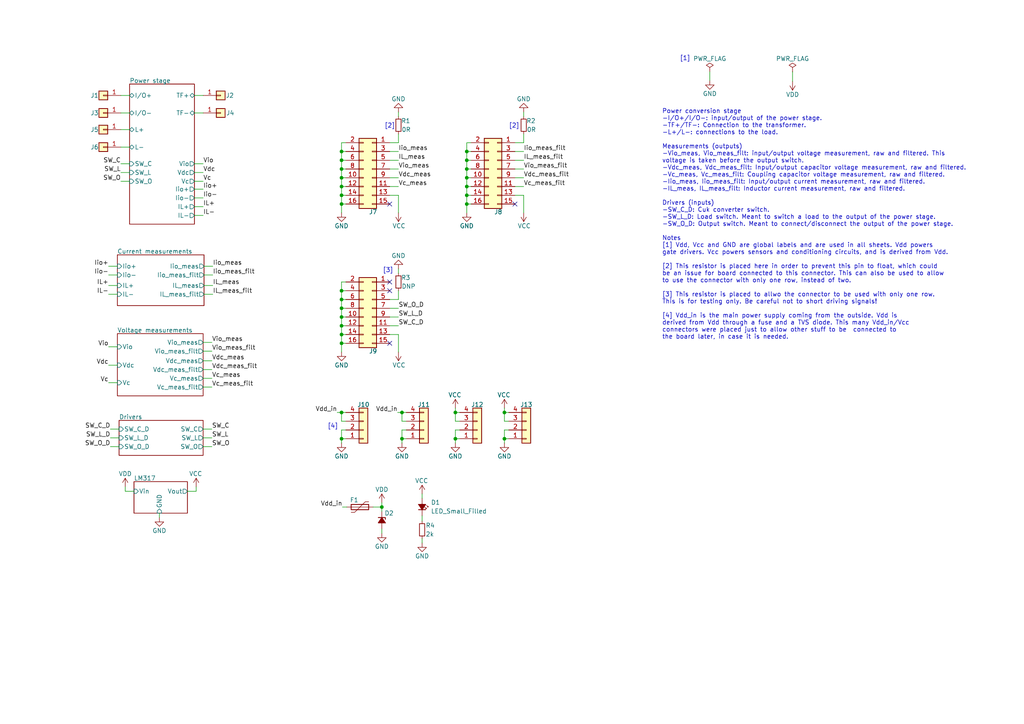
<source format=kicad_sch>
(kicad_sch (version 20211123) (generator eeschema)
  (paper "A4")
  (lib_symbols
    (symbol "Connector_Generic:Conn_01x01" (pin_names (offset 1.016) hide)
      (property "Reference" "J" (at 0 2.54 0))
      (property "Value" "Conn_01x01" (at 0 -2.54 0))
      (symbol "Conn_01x01_1_1"
        (rectangle (start -1.27 0.127) (end 0 -0.127) (stroke (width 0.1524)))
        (rectangle (start -1.27 1.27) (end 1.27 -1.27) (stroke (width 0.254)) (fill (type background)))
        (pin passive line (at -5.08 0 0) (length 3.81) (name "Pin_1") (number "1"))
      )
    )
    (symbol "Connector_Generic:Conn_01x04" (pin_names (offset 1.016) hide)
      (property "Reference" "J" (at 0 5.08 0))
      (property "Value" "Conn_01x04" (at 0 -7.62 0))
      (symbol "Conn_01x04_1_1"
        (rectangle (start -1.27 -4.953) (end 0 -5.207) (stroke (width 0.1524)))
        (rectangle (start -1.27 -2.413) (end 0 -2.667) (stroke (width 0.1524)))
        (rectangle (start -1.27 0.127) (end 0 -0.127) (stroke (width 0.1524)))
        (rectangle (start -1.27 2.667) (end 0 2.413) (stroke (width 0.1524)))
        (rectangle (start -1.27 3.81) (end 1.27 -6.35) (stroke (width 0.254)) (fill (type background)))
        (pin passive line (at -5.08 2.54 0) (length 3.81) (name "Pin_1") (number "1"))
        (pin passive line (at -5.08 0 0) (length 3.81) (name "Pin_2") (number "2"))
        (pin passive line (at -5.08 -2.54 0) (length 3.81) (name "Pin_3") (number "3"))
        (pin passive line (at -5.08 -5.08 0) (length 3.81) (name "Pin_4") (number "4"))
      )
    )
    (symbol "Connector_Generic:Conn_02x08_Odd_Even" (pin_names (offset 1.016) hide)
      (property "Reference" "J" (at 1.27 10.16 0))
      (property "Value" "Conn_02x08_Odd_Even" (at 1.27 -12.7 0))
      (symbol "Conn_02x08_Odd_Even_1_1"
        (rectangle (start -1.27 -10.033) (end 0 -10.287) (stroke (width 0.1524)))
        (rectangle (start -1.27 -7.493) (end 0 -7.747) (stroke (width 0.1524)))
        (rectangle (start -1.27 -4.953) (end 0 -5.207) (stroke (width 0.1524)))
        (rectangle (start -1.27 -2.413) (end 0 -2.667) (stroke (width 0.1524)))
        (rectangle (start -1.27 0.127) (end 0 -0.127) (stroke (width 0.1524)))
        (rectangle (start -1.27 2.667) (end 0 2.413) (stroke (width 0.1524)))
        (rectangle (start -1.27 5.207) (end 0 4.953) (stroke (width 0.1524)))
        (rectangle (start -1.27 7.747) (end 0 7.493) (stroke (width 0.1524)))
        (rectangle (start -1.27 8.89) (end 3.81 -11.43) (stroke (width 0.254)) (fill (type background)))
        (rectangle (start 3.81 -10.033) (end 2.54 -10.287) (stroke (width 0.1524)))
        (rectangle (start 3.81 -7.493) (end 2.54 -7.747) (stroke (width 0.1524)))
        (rectangle (start 3.81 -4.953) (end 2.54 -5.207) (stroke (width 0.1524)))
        (rectangle (start 3.81 -2.413) (end 2.54 -2.667) (stroke (width 0.1524)))
        (rectangle (start 3.81 0.127) (end 2.54 -0.127) (stroke (width 0.1524)))
        (rectangle (start 3.81 2.667) (end 2.54 2.413) (stroke (width 0.1524)))
        (rectangle (start 3.81 5.207) (end 2.54 4.953) (stroke (width 0.1524)))
        (rectangle (start 3.81 7.747) (end 2.54 7.493) (stroke (width 0.1524)))
        (pin passive line (at -5.08 7.62 0) (length 3.81) (name "Pin_1") (number "1"))
        (pin passive line (at 7.62 -2.54 180) (length 3.81) (name "Pin_10") (number "10"))
        (pin passive line (at -5.08 -5.08 0) (length 3.81) (name "Pin_11") (number "11"))
        (pin passive line (at 7.62 -5.08 180) (length 3.81) (name "Pin_12") (number "12"))
        (pin passive line (at -5.08 -7.62 0) (length 3.81) (name "Pin_13") (number "13"))
        (pin passive line (at 7.62 -7.62 180) (length 3.81) (name "Pin_14") (number "14"))
        (pin passive line (at -5.08 -10.16 0) (length 3.81) (name "Pin_15") (number "15"))
        (pin passive line (at 7.62 -10.16 180) (length 3.81) (name "Pin_16") (number "16"))
        (pin passive line (at 7.62 7.62 180) (length 3.81) (name "Pin_2") (number "2"))
        (pin passive line (at -5.08 5.08 0) (length 3.81) (name "Pin_3") (number "3"))
        (pin passive line (at 7.62 5.08 180) (length 3.81) (name "Pin_4") (number "4"))
        (pin passive line (at -5.08 2.54 0) (length 3.81) (name "Pin_5") (number "5"))
        (pin passive line (at 7.62 2.54 180) (length 3.81) (name "Pin_6") (number "6"))
        (pin passive line (at -5.08 0 0) (length 3.81) (name "Pin_7") (number "7"))
        (pin passive line (at 7.62 0 180) (length 3.81) (name "Pin_8") (number "8"))
        (pin passive line (at -5.08 -2.54 0) (length 3.81) (name "Pin_9") (number "9"))
      )
    )
    (symbol "Device:D_Zener_Small_Filled" (pin_numbers hide) (pin_names (offset 0.254) hide)
      (property "Reference" "D" (at 0 2.286 0))
      (property "Value" "D_Zener_Small_Filled" (at 0 -2.286 0))
      (symbol "D_Zener_Small_Filled_0_1"
        (polyline (pts (xy 0.762 0) (xy -0.762 0)))
        (polyline (pts (xy -0.254 1.016) (xy -0.762 1.016) (xy -0.762 -1.016)) (stroke (width 0.254)))
        (polyline (pts (xy 0.762 1.016) (xy -0.762 0) (xy 0.762 -1.016) (xy 0.762 1.016)) (stroke (width 0.254)) (fill (type outline)))
      )
      (symbol "D_Zener_Small_Filled_1_1"
        (pin passive line (at -2.54 0 0) (length 1.778) (name "K") (number "1"))
        (pin passive line (at 2.54 0 180) (length 1.778) (name "A") (number "2"))
      )
    )
    (symbol "Device:LED_Small_Filled" (pin_numbers hide) (pin_names (offset 0.254) hide)
      (property "Reference" "D" (at -1.27 3.175 0))
      (property "Value" "LED_Small_Filled" (at -4.445 -2.54 0))
      (symbol "LED_Small_Filled_0_1"
        (polyline (pts (xy -0.762 -1.016) (xy -0.762 1.016)) (stroke (width 0.254)))
        (polyline (pts (xy 1.016 0) (xy -0.762 0)))
        (polyline (pts (xy 0.762 -1.016) (xy -0.762 0) (xy 0.762 1.016) (xy 0.762 -1.016)) (stroke (width 0.254)) (fill (type outline)))
        (polyline (pts (xy 0 0.762) (xy -0.508 1.27) (xy -0.254 1.27) (xy -0.508 1.27) (xy -0.508 1.016)))
        (polyline (pts (xy 0.508 1.27) (xy 0 1.778) (xy 0.254 1.778) (xy 0 1.778) (xy 0 1.524)))
      )
      (symbol "LED_Small_Filled_1_1"
        (pin passive line (at -2.54 0 0) (length 1.778) (name "K") (number "1"))
        (pin passive line (at 2.54 0 180) (length 1.778) (name "A") (number "2"))
      )
    )
    (symbol "Device:Polyfuse" (pin_numbers hide) (pin_names (offset 0))
      (property "Reference" "F" (at -2.54 0 90))
      (property "Value" "Polyfuse" (at 2.54 0 90))
      (symbol "Polyfuse_0_1"
        (rectangle (start -0.762 2.54) (end 0.762 -2.54) (stroke (width 0.254)))
        (polyline (pts (xy 0 2.54) (xy 0 -2.54)))
        (polyline (pts (xy -1.524 2.54) (xy -1.524 1.524) (xy 1.524 -1.524) (xy 1.524 -2.54)))
      )
      (symbol "Polyfuse_1_1"
        (pin passive line (at 0 3.81 270) (length 1.27) (name "~") (number "1"))
        (pin passive line (at 0 -3.81 90) (length 1.27) (name "~") (number "2"))
      )
    )
    (symbol "Device:R_Small" (pin_numbers hide) (pin_names (offset 0.254) hide)
      (property "Reference" "R" (at 0.762 0.508 0))
      (property "Value" "R_Small" (at 0.762 -1.016 0))
      (symbol "R_Small_0_1"
        (rectangle (start -0.762 1.778) (end 0.762 -1.778) (stroke (width 0.2032)))
      )
      (symbol "R_Small_1_1"
        (pin passive line (at 0 2.54 270) (length 0.762) (name "~") (number "1"))
        (pin passive line (at 0 -2.54 90) (length 0.762) (name "~") (number "2"))
      )
    )
    (symbol "power:GND" (power) (pin_names (offset 0))
      (property "Value" "GND" (at 0 -3.81 0))
      (symbol "GND_0_1"
        (polyline (pts (xy 0 0) (xy 0 -1.27) (xy 1.27 -1.27) (xy 0 -2.54) (xy -1.27 -1.27) (xy 0 -1.27)))
      )
      (symbol "GND_1_1"
        (pin power_in line (at 0 0 270) (length 0) hide (name "GND") (number "1"))
      )
    )
    (symbol "power:PWR_FLAG" (power) (pin_numbers hide) (pin_names (offset 0) hide)
      (property "Value" "PWR_FLAG" (at 0 3.81 0))
      (symbol "PWR_FLAG_0_0"
        (pin power_out line (at 0 0 90) (length 0) (name "pwr") (number "1"))
      )
      (symbol "PWR_FLAG_0_1"
        (polyline (pts (xy 0 0) (xy 0 1.27) (xy -1.016 1.905) (xy 0 2.54) (xy 1.016 1.905) (xy 0 1.27)))
      )
    )
    (symbol "power:VCC" (power) (pin_names (offset 0))
      (property "Value" "VCC" (at 0 3.81 0))
      (symbol "VCC_0_1"
        (polyline (pts (xy -0.762 1.27) (xy 0 2.54)))
        (polyline (pts (xy 0 0) (xy 0 2.54)))
        (polyline (pts (xy 0 2.54) (xy 0.762 1.27)))
      )
      (symbol "VCC_1_1"
        (pin power_in line (at 0 0 90) (length 0) hide (name "VCC") (number "1"))
      )
    )
    (symbol "power:VDD" (power) (pin_names (offset 0))
      (property "Value" "VDD" (at 0 3.81 0))
      (symbol "VDD_0_1"
        (polyline (pts (xy -0.762 1.27) (xy 0 2.54)))
        (polyline (pts (xy 0 0) (xy 0 2.54)))
        (polyline (pts (xy 0 2.54) (xy 0.762 1.27)))
      )
      (symbol "VDD_1_1"
        (pin power_in line (at 0 0 90) (length 0) hide (name "VDD") (number "1"))
      )
    )
  )
  (junction (at 135.382 46.482))
  (junction (at 99.06 49.022))
  (junction (at 110.744 147.066))
  (junction (at 135.382 54.102))
  (junction (at 99.06 54.102))
  (junction (at 99.06 89.408))
  (junction (at 99.06 84.328))
  (junction (at 99.06 97.028))
  (junction (at 135.382 43.942))
  (junction (at 99.06 86.868))
  (junction (at 99.06 51.562))
  (junction (at 99.06 43.942))
  (junction (at 146.304 127.254))
  (junction (at 116.586 119.634))
  (junction (at 99.06 59.182))
  (junction (at 135.382 49.022))
  (junction (at 99.06 91.948))
  (junction (at 146.304 119.634))
  (junction (at 132.08 119.634))
  (junction (at 135.382 51.562))
  (junction (at 135.382 59.182))
  (junction (at 99.06 99.568))
  (junction (at 135.382 56.642))
  (junction (at 99.06 119.634))
  (junction (at 99.06 94.488))
  (junction (at 116.586 127.254))
  (junction (at 99.06 56.642))
  (junction (at 132.08 127.254))
  (junction (at 99.06 46.482))
  (junction (at 99.06 127.254))
  (no_connect (at 113.03 99.568))
  (no_connect (at 149.352 59.182))
  (no_connect (at 113.03 59.182))
  (no_connect (at 113.03 81.788))
  (no_connect (at 113.03 84.328))
  (wire (pts (xy 115.316 119.634) (xy 116.586 119.634)))
  (wire (pts (xy 117.856 124.714) (xy 116.586 124.714)))
  (wire (pts (xy 59.182 79.756) (xy 61.722 79.756)))
  (wire (pts (xy 151.892 61.722) (xy 151.892 56.642)))
  (wire (pts (xy 99.06 99.568) (xy 100.33 99.568)))
  (wire (pts (xy 46.228 148.844) (xy 46.228 150.114)))
  (wire (pts (xy 58.928 99.314) (xy 61.468 99.314)))
  (wire (pts (xy 110.744 145.796) (xy 110.744 147.066)))
  (wire (pts (xy 110.744 153.416) (xy 110.744 154.686)))
  (wire (pts (xy 31.496 85.344) (xy 34.036 85.344)))
  (wire (pts (xy 133.35 124.714) (xy 132.08 124.714)))
  (wire (pts (xy 115.57 56.642) (xy 113.03 56.642)))
  (wire (pts (xy 229.87 20.828) (xy 229.87 23.622)))
  (wire (pts (xy 35.052 52.578) (xy 37.592 52.578)))
  (wire (pts (xy 59.182 82.804) (xy 61.722 82.804)))
  (wire (pts (xy 135.382 51.562) (xy 136.652 51.562)))
  (wire (pts (xy 147.574 124.714) (xy 146.304 124.714)))
  (wire (pts (xy 113.03 46.482) (xy 115.57 46.482)))
  (wire (pts (xy 59.182 77.216) (xy 61.722 77.216)))
  (wire (pts (xy 115.57 97.028) (xy 113.03 97.028)))
  (wire (pts (xy 122.428 149.606) (xy 122.428 151.13)))
  (wire (pts (xy 100.33 81.788) (xy 99.06 81.788)))
  (wire (pts (xy 113.03 89.408) (xy 115.57 89.408)))
  (wire (pts (xy 115.57 38.862) (xy 115.57 41.402)))
  (wire (pts (xy 56.896 141.224) (xy 56.896 142.494)))
  (wire (pts (xy 135.382 54.102) (xy 135.382 56.642)))
  (wire (pts (xy 32.004 127) (xy 34.544 127)))
  (wire (pts (xy 99.06 122.174) (xy 99.06 119.634)))
  (wire (pts (xy 113.03 43.942) (xy 115.57 43.942)))
  (wire (pts (xy 35.052 37.592) (xy 37.592 37.592)))
  (wire (pts (xy 132.08 127.254) (xy 133.35 127.254)))
  (wire (pts (xy 132.08 122.174) (xy 132.08 119.634)))
  (wire (pts (xy 35.052 50.038) (xy 37.592 50.038)))
  (wire (pts (xy 135.382 49.022) (xy 136.652 49.022)))
  (wire (pts (xy 56.388 50.038) (xy 58.928 50.038)))
  (wire (pts (xy 146.304 124.714) (xy 146.304 127.254)))
  (wire (pts (xy 135.382 46.482) (xy 136.652 46.482)))
  (wire (pts (xy 135.382 41.402) (xy 135.382 43.942)))
  (wire (pts (xy 31.496 105.918) (xy 34.036 105.918)))
  (wire (pts (xy 113.03 54.102) (xy 115.57 54.102)))
  (wire (pts (xy 99.06 89.408) (xy 99.06 91.948)))
  (wire (pts (xy 100.33 124.714) (xy 99.06 124.714)))
  (wire (pts (xy 36.322 141.224) (xy 36.322 142.494)))
  (wire (pts (xy 132.08 124.714) (xy 132.08 127.254)))
  (wire (pts (xy 132.08 119.634) (xy 132.08 118.364)))
  (wire (pts (xy 115.57 86.868) (xy 115.57 84.328)))
  (wire (pts (xy 99.06 84.328) (xy 100.33 84.328)))
  (wire (pts (xy 58.928 124.46) (xy 61.468 124.46)))
  (wire (pts (xy 113.03 91.948) (xy 115.57 91.948)))
  (wire (pts (xy 149.352 46.482) (xy 151.892 46.482)))
  (wire (pts (xy 99.06 89.408) (xy 100.33 89.408)))
  (wire (pts (xy 135.382 51.562) (xy 135.382 54.102)))
  (wire (pts (xy 31.496 110.998) (xy 34.036 110.998)))
  (wire (pts (xy 31.496 100.584) (xy 34.036 100.584)))
  (wire (pts (xy 99.06 54.102) (xy 99.06 56.642)))
  (wire (pts (xy 99.06 49.022) (xy 99.06 51.562)))
  (wire (pts (xy 99.06 84.328) (xy 99.06 86.868)))
  (wire (pts (xy 151.892 38.862) (xy 151.892 41.402)))
  (wire (pts (xy 149.352 54.102) (xy 151.892 54.102)))
  (wire (pts (xy 99.06 46.482) (xy 100.33 46.482)))
  (wire (pts (xy 136.652 41.402) (xy 135.382 41.402)))
  (wire (pts (xy 133.35 122.174) (xy 132.08 122.174)))
  (wire (pts (xy 99.06 81.788) (xy 99.06 84.328)))
  (wire (pts (xy 56.388 27.686) (xy 58.928 27.686)))
  (wire (pts (xy 122.428 143.256) (xy 122.428 144.526)))
  (wire (pts (xy 115.57 61.722) (xy 115.57 56.642)))
  (wire (pts (xy 100.33 119.634) (xy 99.06 119.634)))
  (wire (pts (xy 116.586 122.174) (xy 116.586 119.634)))
  (wire (pts (xy 31.496 77.216) (xy 34.036 77.216)))
  (wire (pts (xy 35.052 42.672) (xy 37.592 42.672)))
  (wire (pts (xy 151.892 41.402) (xy 149.352 41.402)))
  (wire (pts (xy 116.586 124.714) (xy 116.586 127.254)))
  (wire (pts (xy 31.496 79.756) (xy 34.036 79.756)))
  (wire (pts (xy 146.304 127.254) (xy 147.574 127.254)))
  (wire (pts (xy 32.004 129.54) (xy 34.544 129.54)))
  (wire (pts (xy 99.06 46.482) (xy 99.06 49.022)))
  (wire (pts (xy 99.06 97.028) (xy 100.33 97.028)))
  (wire (pts (xy 56.388 57.404) (xy 58.928 57.404)))
  (wire (pts (xy 151.892 32.512) (xy 151.892 33.782)))
  (wire (pts (xy 115.57 102.108) (xy 115.57 97.028)))
  (wire (pts (xy 149.352 51.562) (xy 151.892 51.562)))
  (wire (pts (xy 99.06 59.182) (xy 100.33 59.182)))
  (wire (pts (xy 115.57 77.978) (xy 115.57 79.248)))
  (wire (pts (xy 135.382 46.482) (xy 135.382 49.022)))
  (wire (pts (xy 99.06 56.642) (xy 100.33 56.642)))
  (wire (pts (xy 32.004 124.46) (xy 34.544 124.46)))
  (wire (pts (xy 56.388 47.498) (xy 58.928 47.498)))
  (wire (pts (xy 99.06 124.714) (xy 99.06 127.254)))
  (wire (pts (xy 135.382 56.642) (xy 135.382 59.182)))
  (wire (pts (xy 149.352 43.942) (xy 151.892 43.942)))
  (wire (pts (xy 135.382 43.942) (xy 136.652 43.942)))
  (wire (pts (xy 135.382 59.182) (xy 135.382 61.722)))
  (wire (pts (xy 113.03 94.488) (xy 115.57 94.488)))
  (wire (pts (xy 99.06 86.868) (xy 100.33 86.868)))
  (wire (pts (xy 117.856 122.174) (xy 116.586 122.174)))
  (wire (pts (xy 100.33 122.174) (xy 99.06 122.174)))
  (wire (pts (xy 108.204 147.066) (xy 110.744 147.066)))
  (wire (pts (xy 135.382 56.642) (xy 136.652 56.642)))
  (wire (pts (xy 135.382 59.182) (xy 136.652 59.182)))
  (wire (pts (xy 205.867 20.828) (xy 205.867 23.368)))
  (wire (pts (xy 151.892 56.642) (xy 149.352 56.642)))
  (wire (pts (xy 99.06 86.868) (xy 99.06 89.408)))
  (wire (pts (xy 135.382 49.022) (xy 135.382 51.562)))
  (wire (pts (xy 58.928 109.728) (xy 61.468 109.728)))
  (wire (pts (xy 99.06 127.254) (xy 100.33 127.254)))
  (wire (pts (xy 99.06 51.562) (xy 100.33 51.562)))
  (wire (pts (xy 56.388 62.484) (xy 58.928 62.484)))
  (wire (pts (xy 99.314 147.066) (xy 100.584 147.066)))
  (wire (pts (xy 100.33 41.402) (xy 99.06 41.402)))
  (wire (pts (xy 56.896 142.494) (xy 54.356 142.494)))
  (wire (pts (xy 99.06 99.568) (xy 99.06 102.108)))
  (wire (pts (xy 99.06 94.488) (xy 100.33 94.488)))
  (wire (pts (xy 110.744 147.066) (xy 110.744 148.336)))
  (wire (pts (xy 58.928 127) (xy 61.468 127)))
  (wire (pts (xy 116.586 127.254) (xy 116.586 128.524)))
  (wire (pts (xy 59.182 85.344) (xy 61.722 85.344)))
  (wire (pts (xy 58.928 104.648) (xy 61.468 104.648)))
  (wire (pts (xy 99.06 54.102) (xy 100.33 54.102)))
  (wire (pts (xy 56.388 52.578) (xy 58.928 52.578)))
  (wire (pts (xy 149.352 49.022) (xy 151.892 49.022)))
  (wire (pts (xy 35.052 32.766) (xy 37.592 32.766)))
  (wire (pts (xy 36.322 142.494) (xy 38.862 142.494)))
  (wire (pts (xy 147.574 122.174) (xy 146.304 122.174)))
  (wire (pts (xy 99.06 127.254) (xy 99.06 128.524)))
  (wire (pts (xy 97.79 119.634) (xy 99.06 119.634)))
  (wire (pts (xy 35.052 27.686) (xy 37.592 27.686)))
  (wire (pts (xy 115.57 32.512) (xy 115.57 33.782)))
  (wire (pts (xy 146.304 119.634) (xy 146.304 118.364)))
  (wire (pts (xy 147.574 119.634) (xy 146.304 119.634)))
  (wire (pts (xy 99.06 51.562) (xy 99.06 54.102)))
  (wire (pts (xy 58.928 129.54) (xy 61.468 129.54)))
  (wire (pts (xy 99.06 41.402) (xy 99.06 43.942)))
  (wire (pts (xy 99.06 94.488) (xy 99.06 97.028)))
  (wire (pts (xy 31.496 82.804) (xy 34.036 82.804)))
  (wire (pts (xy 99.06 49.022) (xy 100.33 49.022)))
  (wire (pts (xy 58.928 112.268) (xy 61.468 112.268)))
  (wire (pts (xy 115.57 41.402) (xy 113.03 41.402)))
  (wire (pts (xy 116.586 127.254) (xy 117.856 127.254)))
  (wire (pts (xy 56.388 54.864) (xy 58.928 54.864)))
  (wire (pts (xy 99.06 91.948) (xy 99.06 94.488)))
  (wire (pts (xy 99.06 43.942) (xy 99.06 46.482)))
  (wire (pts (xy 35.052 47.498) (xy 37.592 47.498)))
  (wire (pts (xy 99.06 91.948) (xy 100.33 91.948)))
  (wire (pts (xy 58.928 101.854) (xy 61.468 101.854)))
  (wire (pts (xy 146.304 127.254) (xy 146.304 128.524)))
  (wire (pts (xy 113.03 49.022) (xy 115.57 49.022)))
  (wire (pts (xy 58.928 107.188) (xy 61.468 107.188)))
  (wire (pts (xy 113.03 86.868) (xy 115.57 86.868)))
  (wire (pts (xy 56.388 32.766) (xy 58.928 32.766)))
  (wire (pts (xy 99.06 97.028) (xy 99.06 99.568)))
  (wire (pts (xy 135.382 54.102) (xy 136.652 54.102)))
  (wire (pts (xy 99.06 59.182) (xy 99.06 61.722)))
  (wire (pts (xy 122.428 157.48) (xy 122.428 156.21)))
  (wire (pts (xy 99.06 56.642) (xy 99.06 59.182)))
  (wire (pts (xy 56.388 59.944) (xy 58.928 59.944)))
  (wire (pts (xy 113.03 51.562) (xy 115.57 51.562)))
  (wire (pts (xy 132.08 127.254) (xy 132.08 128.524)))
  (wire (pts (xy 117.856 119.634) (xy 116.586 119.634)))
  (wire (pts (xy 133.35 119.634) (xy 132.08 119.634)))
  (wire (pts (xy 99.06 43.942) (xy 100.33 43.942)))
  (wire (pts (xy 146.304 122.174) (xy 146.304 119.634)))
  (wire (pts (xy 135.382 43.942) (xy 135.382 46.482)))
  (text "Power conversion stage\n-I/O+/I/O-: input/output of the power stage.\n-TF+/TF-: Connection to the transformer.\n-L+/L-: connections to the load. \n\nMeasurements (outputs)\n-Vio_meas, Vio_meas_filt: input/output voltage measurement, raw and filtered. This \nvoltage is taken before the output switch.\n-Vdc_meas, Vdc_meas_filt: Input/output capacitor voltage measurement, raw and filtered.\n-Vc_meas, Vc_meas_filt: Coupling capacitor voltage measurement, raw and filtered.\n-Iio_meas, Iio_meas_filt: Input/output current measurement, raw and filtered.\n-IL_meas, IL_meas_filt: Inductor current measurement, raw and filtered.\n\nDrivers (inputs)\n-SW_C_D: Cuk converter switch.\n-SW_L_D: Load switch. Meant to switch a load to the output of the power stage.\n-SW_O_D: Output switch. Meant to connect/disconnect the output of the power stage.\n\nNotes\n[1] Vdd, Vcc and GND are global labels and are used in all sheets. Vdd powers \ngate drivers. Vcc powers sensors and conditioning circuits, and is derived from Vdd.\n\n[2] This resistor is placed here in order to prevent this pin to float, which could\nbe an issue for board connected to this connector. This can also be used to allow \nto use the connector with only one row, instead of two.\n\n[3] This resistor is placed to allwo the connector to be used with only one row.\nThis is for testing only. Be careful not to short driving signals!\n\n[4] Vdd_in is the main power supply coming from the outside. Vdd is \nderived from Vdd through a fuse and a TVS diode. This many Vdd_in/Vcc \nconnectors were placed just to allow other stuff to be  connected to \nthe board later, in case it is needed." (at 192.024 98.552 0) (effects (font (size 1.27 1.27)) (justify left bottom)))
  (text "[3]" (at 110.998 79.248 0) (effects (font (size 1.27 1.27)) (justify left bottom)))
  (text "[2]" (at 111.506 37.338 0) (effects (font (size 1.27 1.27)) (justify left bottom)))
  (text "[4]" (at 94.996 124.46 0) (effects (font (size 1.27 1.27)) (justify left bottom)))
  (text "[1]" (at 197.1548 17.78 0) (effects (font (size 1.27 1.27)) (justify left bottom)))
  (text "[2]" (at 147.574 37.338 0) (effects (font (size 1.27 1.27)) (justify left bottom)))
  (label "SW_O" (at 35.052 52.578 180))
  (label "Vio_meas_filt" (at 151.892 49.022 0))
  (label "Vc_meas" (at 115.57 54.102 0))
  (label "Vio_meas" (at 115.57 49.022 0))
  (label "IL_meas_filt" (at 61.722 85.344 0))
  (label "Vdc_meas" (at 61.468 104.648 0))
  (label "Vdc_meas_filt" (at 151.892 51.562 0))
  (label "SW_C_D" (at 32.004 124.46 180))
  (label "Vio" (at 31.496 100.584 180))
  (label "SW_L" (at 61.468 127 0))
  (label "Iio_meas" (at 61.722 77.216 0))
  (label "SW_O_D" (at 115.57 89.408 0))
  (label "Iio-" (at 58.928 57.404 0))
  (label "SW_C" (at 61.468 124.46 0))
  (label "IL-" (at 31.496 85.344 180))
  (label "Vio_meas" (at 61.468 99.314 0))
  (label "IL_meas" (at 61.722 82.804 0))
  (label "SW_L_D" (at 115.57 91.948 0))
  (label "IL+" (at 31.496 82.804 180))
  (label "SW_O" (at 61.468 129.54 0))
  (label "IL+" (at 58.928 59.944 0))
  (label "Vdc" (at 31.496 105.918 180))
  (label "Vc_meas_filt" (at 61.468 112.268 0))
  (label "SW_O_D" (at 32.004 129.54 180))
  (label "Iio-" (at 31.496 79.756 180))
  (label "SW_C_D" (at 115.57 94.488 0))
  (label "Vdd_in" (at 97.79 119.634 180))
  (label "Vdc" (at 58.928 50.038 0))
  (label "Vdd_in" (at 99.314 147.066 180))
  (label "Vdc_meas_filt" (at 61.468 107.188 0))
  (label "SW_C" (at 35.052 47.498 180))
  (label "Vc_meas_filt" (at 151.892 54.102 0))
  (label "Vc" (at 31.496 110.998 180))
  (label "Vio" (at 58.928 47.498 0))
  (label "IL-" (at 58.928 62.484 0))
  (label "IL_meas_filt" (at 151.892 46.482 0))
  (label "Vio_meas_filt" (at 61.468 101.854 0))
  (label "Iio_meas" (at 115.57 43.942 0))
  (label "Iio_meas_filt" (at 61.722 79.756 0))
  (label "Vc_meas" (at 61.468 109.728 0))
  (label "Vdc_meas" (at 115.57 51.562 0))
  (label "Iio+" (at 31.496 77.216 180))
  (label "Vc" (at 58.928 52.578 0))
  (label "SW_L" (at 35.052 50.038 180))
  (label "Iio_meas_filt" (at 151.892 43.942 0))
  (label "IL_meas" (at 115.57 46.482 0))
  (label "Iio+" (at 58.928 54.864 0))
  (label "Vdd_in" (at 115.316 119.634 180))
  (label "SW_L_D" (at 32.004 127 180))
  (symbol (lib_id "power:VCC") (at 146.304 118.364 0) (unit 1)
    (property "Reference" "#PWR0105" (effects hide))
    (property "Value" "VCC" (at 148.082 114.554 0) (effects (justify right)))
  )
  (symbol (lib_id "power:GND") (at 132.08 128.524 0) (unit 1)
    (property "Reference" "#PWR0118" (effects hide))
    (property "Value" "GND" (at 132.08 132.334 0))
  )
  (symbol (lib_id "Device:R_Small") (at 151.892 36.322 0) (unit 1)
    (property "Reference" "R2" (at 152.654 35.052 0) (effects (justify left)))
    (property "Value" "0R" (at 152.781 37.592 0) (effects (justify left)))
    (property "Footprint" "Resistor_SMD:R_0805_2012Metric_Pad1.20x1.40mm_HandSolder" (effects hide))
  )
  (symbol (lib_id "power:GND") (at 99.06 61.722 0) (unit 1)
    (property "Reference" "#PWR0122" (effects hide))
    (property "Value" "GND" (at 99.06 65.532 0))
  )
  (symbol (lib_id "power:VCC") (at 115.57 102.108 180) (unit 1)
    (property "Reference" "#PWR0108" (effects hide))
    (property "Value" "VCC" (at 113.792 105.918 0) (effects (justify right)))
  )
  (symbol (lib_id "Connector_Generic:Conn_01x01") (at 64.008 32.766 0) (unit 1)
    (property "Reference" "J4" (at 66.802 32.766 0))
    (property "Value" " " (effects hide))
    (property "Footprint" "MountingHole:MountingHole_6.4mm_M6_Pad" (effects hide))
  )
  (symbol (lib_id "Connector_Generic:Conn_01x01") (at 29.972 32.766 180) (unit 1)
    (property "Reference" "J3" (at 27.432 32.766 0))
    (property "Value" " " (at 29.972 35.56 0))
    (property "Footprint" "MountingHole:MountingHole_6.4mm_M6_Pad" (effects hide))
  )
  (symbol (lib_id "power:VCC") (at 115.57 61.722 180) (unit 1)
    (property "Reference" "#PWR0125" (effects hide))
    (property "Value" "VCC" (at 113.792 65.532 0) (effects (justify right)))
  )
  (symbol (lib_id "power:PWR_FLAG") (at 229.87 20.828 0) (unit 1)
    (property "Reference" "#FLG0102" (effects hide))
    (property "Value" "PWR_FLAG" (at 229.87 17.018 0))
  )
  (symbol (lib_id "power:PWR_FLAG") (at 205.867 20.828 0) (unit 1)
    (property "Reference" "#FLG0103" (effects hide))
    (property "Value" "PWR_FLAG" (at 205.867 17.018 0))
  )
  (symbol (lib_id "power:GND") (at 115.57 32.512 180) (unit 1)
    (property "Reference" "#PWR0109" (effects hide))
    (property "Value" "GND" (at 115.57 28.702 0))
  )
  (symbol (lib_id "power:GND") (at 135.382 61.722 0) (unit 1)
    (property "Reference" "#PWR0123" (effects hide))
    (property "Value" "GND" (at 135.382 65.532 0))
  )
  (symbol (lib_id "Device:Polyfuse") (at 104.394 147.066 90) (unit 1)
    (property "Reference" "F1" (at 102.743 145.034 90))
    (property "Value" "Polyfuse" (effects hide))
    (property "Footprint" "Resistor_SMD:R_1210_3225Metric_Pad1.30x2.65mm_HandSolder" (effects hide))
  )
  (symbol (lib_id "Connector_Generic:Conn_01x01") (at 29.972 37.592 180) (unit 1)
    (property "Reference" "J5" (at 27.432 37.592 0))
    (property "Value" " " (at 29.972 40.386 0))
    (property "Footprint" "MountingHole:MountingHole_6.4mm_M6_Pad" (effects hide))
  )
  (symbol (lib_id "power:VCC") (at 122.428 143.256 0) (unit 1)
    (property "Reference" "#PWR0121" (effects hide))
    (property "Value" "VCC" (at 124.206 139.446 0) (effects (justify right)))
  )
  (symbol (lib_id "Connector_Generic:Conn_01x01") (at 29.972 42.672 180) (unit 1)
    (property "Reference" "J6" (at 27.432 42.672 0))
    (property "Value" " " (at 29.972 45.466 0))
    (property "Footprint" "MountingHole:MountingHole_6.4mm_M6_Pad" (effects hide))
  )
  (symbol (lib_id "Connector_Generic:Conn_01x01") (at 64.008 27.686 0) (mirror x) (unit 1)
    (property "Reference" "J2" (at 66.675 27.686 0))
    (property "Value" " " (effects hide))
    (property "Footprint" "MountingHole:MountingHole_6.4mm_M6_Pad" (effects hide))
  )
  (symbol (lib_id "Connector_Generic:Conn_01x04") (at 138.43 124.714 0) (mirror x) (unit 1)
    (property "Reference" "J12" (at 138.43 117.348 0))
    (property "Value" "Conn_01x04" (effects hide))
    (property "Footprint" "Connector_PinHeader_2.54mm:PinHeader_1x04_P2.54mm_Vertical" (effects hide))
  )
  (symbol (lib_id "power:GND") (at 122.428 157.48 0) (unit 1)
    (property "Reference" "#PWR0116" (effects hide))
    (property "Value" "GND" (at 122.428 161.29 0))
  )
  (symbol (lib_id "Connector_Generic:Conn_02x08_Odd_Even") (at 144.272 49.022 0) (mirror y) (unit 1)
    (property "Reference" "J8" (at 144.526 61.468 0))
    (property "Value" "Conn_02x08_Odd_Even" (effects hide))
    (property "Footprint" "Connector_PinHeader_2.54mm:PinHeader_2x08_P2.54mm_Horizontal" (effects hide))
  )
  (symbol (lib_id "power:VDD") (at 229.87 23.622 180) (unit 1)
    (property "Reference" "#PWR0102" (effects hide))
    (property "Value" "VDD" (at 229.87 27.432 0))
  )
  (symbol (lib_id "Device:R_Small") (at 122.428 153.67 0) (unit 1)
    (property "Reference" "R4" (at 123.444 152.4 0) (effects (justify left)))
    (property "Value" "2k" (at 123.444 154.94 0) (effects (justify left)))
    (property "Footprint" "Resistor_SMD:R_0805_2012Metric" (effects hide))
  )
  (symbol (lib_id "power:VCC") (at 56.896 141.224 0) (unit 1)
    (property "Reference" "#PWR0112" (effects hide))
    (property "Value" "VCC" (at 58.674 137.414 0) (effects (justify right)))
  )
  (symbol (lib_id "power:VCC") (at 132.08 118.364 0) (unit 1)
    (property "Reference" "#PWR0120" (effects hide))
    (property "Value" "VCC" (at 133.858 114.554 0) (effects (justify right)))
  )
  (symbol (lib_id "power:GND") (at 99.06 102.108 0) (unit 1)
    (property "Reference" "#PWR0107" (effects hide))
    (property "Value" "GND" (at 99.06 105.918 0))
  )
  (symbol (lib_id "Connector_Generic:Conn_02x08_Odd_Even") (at 107.95 49.022 0) (mirror y) (unit 1)
    (property "Reference" "J7" (at 108.204 61.468 0))
    (property "Value" "Conn_02x08_Odd_Even" (effects hide))
    (property "Footprint" "Connector_PinHeader_2.54mm:PinHeader_2x08_P2.54mm_Horizontal" (effects hide))
  )
  (symbol (lib_id "Connector_Generic:Conn_01x04") (at 122.936 124.714 0) (mirror x) (unit 1)
    (property "Reference" "J11" (at 122.936 117.348 0))
    (property "Value" "Conn_01x04" (effects hide))
    (property "Footprint" "Connector_PinHeader_2.54mm:PinHeader_1x04_P2.54mm_Vertical" (effects hide))
  )
  (symbol (lib_id "Connector_Generic:Conn_02x08_Odd_Even") (at 107.95 89.408 0) (mirror y) (unit 1)
    (property "Reference" "J9" (at 108.204 101.854 0))
    (property "Value" "Conn_02x08_Odd_Even" (effects hide))
    (property "Footprint" "Connector_PinHeader_2.54mm:PinHeader_2x08_P2.54mm_Horizontal" (effects hide))
  )
  (symbol (lib_id "power:GND") (at 99.06 128.524 0) (unit 1)
    (property "Reference" "#PWR0114" (effects hide))
    (property "Value" "GND" (at 99.06 132.334 0))
  )
  (symbol (lib_id "Connector_Generic:Conn_01x01") (at 29.972 27.686 180) (unit 1)
    (property "Reference" "J1" (at 27.432 27.686 0))
    (property "Value" " " (at 29.972 30.48 0))
    (property "Footprint" "MountingHole:MountingHole_6.4mm_M6_Pad" (effects hide))
  )
  (symbol (lib_id "power:VDD") (at 36.322 141.224 0) (unit 1)
    (property "Reference" "#PWR0110" (effects hide))
    (property "Value" "VDD" (at 36.322 137.414 0))
  )
  (symbol (lib_id "power:GND") (at 116.586 128.524 0) (unit 1)
    (property "Reference" "#PWR0115" (effects hide))
    (property "Value" "GND" (at 116.586 132.334 0))
  )
  (symbol (lib_id "power:GND") (at 151.892 32.512 180) (unit 1)
    (property "Reference" "#PWR0101" (effects hide))
    (property "Value" "GND" (at 151.892 28.702 0))
  )
  (symbol (lib_id "power:GND") (at 110.744 154.686 0) (unit 1)
    (property "Reference" "#PWR0117" (effects hide))
    (property "Value" "GND" (at 110.744 158.496 0))
  )
  (symbol (lib_id "power:GND") (at 146.304 128.524 0) (unit 1)
    (property "Reference" "#PWR0119" (effects hide))
    (property "Value" "GND" (at 146.304 132.334 0))
  )
  (symbol (lib_id "power:VCC") (at 151.892 61.722 180) (unit 1)
    (property "Reference" "#PWR0106" (effects hide))
    (property "Value" "VCC" (at 150.114 65.532 0) (effects (justify right)))
  )
  (symbol (lib_id "Connector_Generic:Conn_01x04") (at 105.41 124.714 0) (mirror x) (unit 1)
    (property "Reference" "J10" (at 105.41 117.348 0))
    (property "Value" "Conn_01x04" (effects hide))
    (property "Footprint" "Connector_PinHeader_2.54mm:PinHeader_1x04_P2.54mm_Vertical" (effects hide))
  )
  (symbol (lib_id "power:GND") (at 115.57 77.978 180) (unit 1)
    (property "Reference" "#PWR0124" (effects hide))
    (property "Value" "GND" (at 115.57 74.168 0))
  )
  (symbol (lib_id "power:GND") (at 205.867 23.368 0) (unit 1)
    (property "Reference" "#PWR0104" (effects hide))
    (property "Value" "GND" (at 205.867 27.178 0))
  )
  (symbol (lib_id "power:GND") (at 46.228 150.114 0) (unit 1)
    (property "Reference" "#PWR0111" (effects hide))
    (property "Value" "GND" (at 46.228 153.924 0))
  )
  (symbol (lib_id "Device:R_Small") (at 115.57 81.788 0) (unit 1)
    (property "Reference" "R3" (at 116.332 80.518 0) (effects (justify left)))
    (property "Value" "DNP" (at 116.459 83.058 0) (effects (justify left)))
    (property "Footprint" "Resistor_SMD:R_0805_2012Metric_Pad1.20x1.40mm_HandSolder" (effects hide))
  )
  (symbol (lib_id "Connector_Generic:Conn_01x04") (at 152.654 124.714 0) (mirror x) (unit 1)
    (property "Reference" "J13" (at 152.654 117.348 0))
    (property "Value" "Conn_01x04" (effects hide))
    (property "Footprint" "Connector_PinHeader_2.54mm:PinHeader_1x04_P2.54mm_Vertical" (effects hide))
  )
  (symbol (lib_id "Device:R_Small") (at 115.57 36.322 0) (unit 1)
    (property "Reference" "R1" (at 116.332 35.052 0) (effects (justify left)))
    (property "Value" "0R" (at 116.459 37.592 0) (effects (justify left)))
    (property "Footprint" "Resistor_SMD:R_0805_2012Metric_Pad1.20x1.40mm_HandSolder" (effects hide))
  )
  (symbol (lib_id "Device:LED_Small_Filled") (at 122.428 147.066 270) (mirror x) (unit 1)
    (property "Reference" "D1" (at 124.968 145.7324 90) (effects (justify left)))
    (property "Value" "LED_Small_Filled" (at 124.968 148.2724 90) (effects (justify left)))
    (property "Footprint" "LED_SMD:LED_0805_2012Metric_Pad1.15x1.40mm_HandSolder" (effects hide))
  )
  (symbol (lib_id "power:VDD") (at 110.744 145.796 0) (unit 1)
    (property "Reference" "#PWR0113" (effects hide))
    (property "Value" "VDD" (at 110.744 141.986 0))
  )
  (symbol (lib_id "Device:D_Zener_Small_Filled") (at 110.744 150.876 270) (unit 1)
    (property "Reference" "D2" (at 111.506 148.844 90) (effects (justify left)))
    (property "Value" "D_Zener_Small_Filled" (effects hide))
    (property "Footprint" "Diode_SMD:D_SMB_Handsoldering" (effects hide))
  )
  (sheet (at 38.862 139.7) (size 15.494 9.144) (stroke (width 0.1524))
    (property "Sheet name" "LM317" (at 38.862 139.446 0) (effects (justify left bottom)))
    (property "Sheet file" "lm317_fixed.kicad_sch" (effects hide))
    (pin "Vout" output (at 54.356 142.494 0))
    (pin "GND" input (at 46.228 148.844 270))
    (pin "Vin" input (at 38.862 142.494 180))
  )
  (sheet (at 37.592 24.384) (size 18.796 40.64) (stroke (width 0.1524))
    (property "Sheet name" "Power stage" (at 37.592 24.13 0) (effects (justify left bottom)))
    (property "Sheet file" "power_stage.kicad_sch" (effects hide))
    (pin "Vio" output (at 56.388 47.498 0))
    (pin "Vdc" output (at 56.388 50.038 0))
    (pin "IL-" output (at 56.388 62.484 0))
    (pin "Vc" output (at 56.388 52.578 0))
    (pin "Iio+" output (at 56.388 54.864 0))
    (pin "Iio-" output (at 56.388 57.404 0))
    (pin "IL+" output (at 56.388 59.944 0))
    (pin "SW_O" input (at 37.592 52.578 180))
    (pin "SW_L" input (at 37.592 50.038 180))
    (pin "SW_C" input (at 37.592 47.498 180))
    (pin "TF-" bidirectional (at 56.388 32.766 0))
    (pin "I{slash}O-" bidirectional (at 37.592 32.766 180))
    (pin "I{slash}O+" bidirectional (at 37.592 27.686 180))
    (pin "TF+" bidirectional (at 56.388 27.686 0))
    (pin "L+" bidirectional (at 37.592 37.592 180))
    (pin "L-" bidirectional (at 37.592 42.672 180))
  )
  (sheet (at 34.544 121.92) (size 24.384 10.16) (stroke (width 0.1524))
    (property "Sheet name" "Drivers" (at 34.544 121.666 0) (effects (justify left bottom)))
    (property "Sheet file" "drivers.kicad_sch" (effects hide))
    (pin "SW_C_D" input (at 34.544 124.46 180))
    (pin "SW_O_D" input (at 34.544 129.54 180))
    (pin "SW_L_D" input (at 34.544 127 180))
    (pin "SW_C" output (at 58.928 124.46 0))
    (pin "SW_O" output (at 58.928 129.54 0))
    (pin "SW_L" output (at 58.928 127 0))
  )
  (sheet (at 34.036 96.774) (size 24.892 18.034) (stroke (width 0.1524))
    (property "Sheet name" "Voltage measurements" (at 34.036 96.52 0) (effects (justify left bottom)))
    (property "Sheet file" "volt_meas.kicad_sch" (effects hide))
    (pin "Vio_meas_filt" output (at 58.928 101.854 0))
    (pin "Vc_meas" output (at 58.928 109.728 0))
    (pin "Vc_meas_filt" output (at 58.928 112.268 0))
    (pin "Vdc_meas_filt" output (at 58.928 107.188 0))
    (pin "Vio_meas" output (at 58.928 99.314 0))
    (pin "Vdc_meas" output (at 58.928 104.648 0))
    (pin "Vio" input (at 34.036 100.584 180))
    (pin "Vc" input (at 34.036 110.998 180))
    (pin "Vdc" input (at 34.036 105.918 180))
  )
  (sheet (at 34.036 73.914) (size 25.146 14.732) (stroke (width 0.1524))
    (property "Sheet name" "Current measurements" (at 34.036 73.66 0) (effects (justify left bottom)))
    (property "Sheet file" "curr_meas.kicad_sch" (effects hide))
    (pin "Iio-" input (at 34.036 79.756 180))
    (pin "IL+" input (at 34.036 82.804 180))
    (pin "Iio+" input (at 34.036 77.216 180))
    (pin "IL-" input (at 34.036 85.344 180))
    (pin "Iio_meas_filt" output (at 59.182 79.756 0))
    (pin "IL_meas" output (at 59.182 82.804 0))
    (pin "Iio_meas" output (at 59.182 77.216 0))
    (pin "IL_meas_filt" output (at 59.182 85.344 0))
  )
)
</source>
